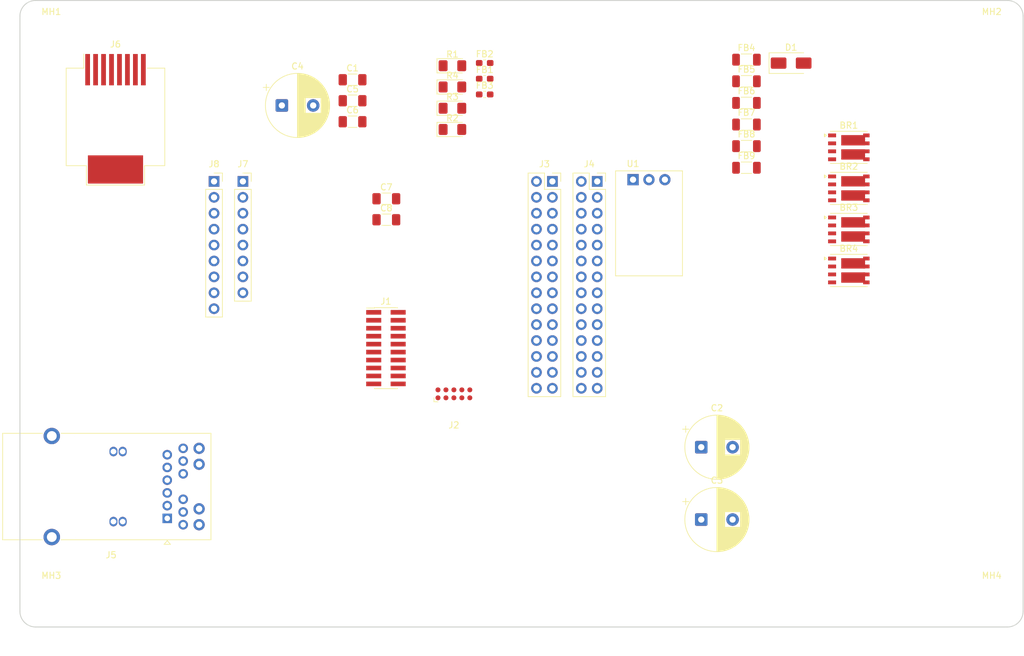
<source format=kicad_pcb>
(kicad_pcb (version 20241229) (generator "pcbnew") (generator_version "9.0")
  (layers (0 "F.Cu" signal) (2 "B.Cu" signal) (13 "F.Paste" user) (15 "B.Paste" user) (5 "F.SilkS" user "F.Silkscreen") (7 "B.SilkS" user "B.Silkscreen") (1 "F.Mask" user) (3 "B.Mask" user) (25 "Edge.Cuts" user))
  (net 0 "")
  (net 1 "/SWDIO{slash}TMS")
  (net 2 "/TDI")
  (net 3 "/5V-Supply")
  (net 4 "/TRST")
  (net 5 "/VTref")
  (net 6 "/nRESET")
  (net 7 "/RTCK")
  (net 8 "/SWCLK{slash}TCK")
  (net 9 "/SWO{slash}TDO")
  (net 10 "/0V1")
  (net 11 "/VIN")
  (net 12 "/VOUT1")
  (net 13 "/FAN_PWM")
  (net 14 "/FAN_TACH")
  (net 15 "/DAC")
  (net 16 "/AREF")
  (net 17 "/CIPO")
  (net 18 "/COPI")
  (net 19 "/SCL3")
  (net 20 "/SDA3")
  (net 21 "/CK")
  (net 22 "/3V3")
  (net 23 "/+5V")
  (net 24 "/~{RST}")
  (net 25 "/CS")
  (net 26 "/VIN+")
  (net 27 "/VIN-")
  (net 83 "Net-(J3-Pin_19)")
  (net 84 "Net-(J3-Pin_21)")
  (net 85 "Net-(J3-Pin_15)")
  (net 86 "Net-(J3-Pin_11)")
  (net 87 "Net-(J3-Pin_17)")
  (net 88 "Net-(J3-Pin_25)")
  (net 89 "Net-(J3-Pin_7)")
  (net 90 "Net-(J3-Pin_10)")
  (net 91 "Net-(J3-Pin_5)")
  (net 92 "Net-(J3-Pin_23)")
  (net 93 "Net-(J4-Pin_15)")
  (net 94 "Net-(J4-Pin_17)")
  (net 95 "Net-(J4-Pin_1)")
  (net 126 "Net-(BR1-Pin_3)")
  (net 127 "Net-(BR1-Pin_1)")
  (net 128 "Net-(BR3-Pin_3)")
  (net 129 "Net-(BR3-Pin_1)")
  (net 130 "Net-(BR4-Pin_3)")
  (net 131 "Net-(BR4-Pin_1)")
  (footprint "Inductor_SMD:L_1206_3216Metric_Pad1.22x1.90mm_HandSolder" (layer "F.Cu") (at 170.875 54.45)
    (property "Reference" "FB4" (at 0 -1.9 0) (layer "F.SilkS"))
    (property "Value" "FerriteBead")
    (pad "1" smd roundrect (at -1.6625 0) (size 1.225 1.9) (layers "F.Cu" "F.Mask" "F.Paste") (roundrect_rratio 0.204082))
    (pad "2" smd roundrect (at 1.6625 0) (size 1.225 1.9) (layers "F.Cu" "F.Mask" "F.Paste") (roundrect_rratio 0.204082))
  )
  (footprint "Capacitor_THT:CP_Radial_D10.0mm_P5.00mm" (layer "F.Cu") (at 96.772146 61.755)
    (property "Reference" "C4" (at 2.5 -6.25 0) (layer "F.SilkS"))
    (property "Value" "470uF")
    (pad "1" thru_hole roundrect (at 0 0) (size 2 2) (drill 1) (layers "*.Cu" "*.Mask") (roundrect_rratio 0.125) (net 12 "/VOUT1"))
    (pad "2" thru_hole circle (at 5 0) (size 2 2) (drill 1) (layers "*.Cu" "*.Mask") (net 10 "/0V1"))
  )
  (footprint "Inductor_SMD:L_0603_1608Metric_Pad1.05x0.95mm_HandSolder" (layer "F.Cu") (at 129.125 57.49)
    (property "Reference" "FB1" (at 0 -1.43 0) (layer "F.SilkS"))
    (property "Value" "FerriteBead_Small")
    (pad "1" smd roundrect (at -0.875 0) (size 1.05 0.95) (layers "F.Cu" "F.Mask" "F.Paste"))
    (pad "2" smd roundrect (at 0.875 0) (size 1.05 0.95) (layers "F.Cu" "F.Mask" "F.Paste"))
  )
  (footprint "Inductor_SMD:L_1206_3216Metric_Pad1.22x1.90mm_HandSolder" (layer "F.Cu") (at 170.875 71.7)
    (property "Reference" "FB9" (at 0 -1.9 0) (layer "F.SilkS"))
    (property "Value" "FerriteBead")
    (pad "1" smd roundrect (at -1.6625 0) (size 1.225 1.9) (layers "F.Cu" "F.Mask" "F.Paste") (roundrect_rratio 0.204082))
    (pad "2" smd roundrect (at 1.6625 0) (size 1.225 1.9) (layers "F.Cu" "F.Mask" "F.Paste") (roundrect_rratio 0.204082))
  )
  (footprint "MountingHole:MountingHole_2.7mm_M2.5_ISO14580" (layer "F.Cu") (at 60 140)
    (property "Reference" "MH3" (at 0 -3.2 0) (layer "F.SilkS"))
    (property "Value" "MountingHole")
    (pad "" np_thru_hole circle (at 0 0) (size 2.7 2.7) (drill 2.7) (layers "*.Cu" "*.Mask"))
  )
  (footprint "LED_SMD:LED_1206_3216Metric_Pad1.42x1.75mm_HandSolder" (layer "F.Cu") (at 123.98 55.42)
    (property "Reference" "R1" (at 0 -1.83 0) (layer "F.SilkS"))
    (property "Value" "75R")
    (pad "1" smd roundrect (at -1.4875 0) (size 1.425 1.75) (layers "F.Cu" "F.Mask" "F.Paste") (roundrect_rratio 0.175439))
    (pad "2" smd roundrect (at 1.4875 0) (size 1.425 1.75) (layers "F.Cu" "F.Mask" "F.Paste") (roundrect_rratio 0.175439))
  )
  (footprint "Package_SO:PowerPAK_SO-8_Dual" (layer "F.Cu") (at 187.205 88.095)
    (property "Reference" "BR4" (at 0 -3.5 0) (layer "F.SilkS"))
    (property "Value" "Conn_01x06")
    (pad "1" smd rect (at -2.67 -1.905) (size 1.27 0.61) (layers "F.Cu" "F.Mask" "F.Paste") (net 131 "Net-(BR4-Pin_1)"))
    (pad "2" smd rect (at -2.67 -0.635) (size 1.27 0.61) (layers "F.Cu" "F.Mask" "F.Paste") (net 131 "Net-(BR4-Pin_1)"))
    (pad "3" smd rect (at -2.67 0.635) (size 1.27 0.61) (layers "F.Cu" "F.Mask" "F.Paste") (net 130 "Net-(BR4-Pin_3)"))
    (pad "4" smd rect (at -2.67 1.905) (size 1.27 0.61) (layers "F.Cu" "F.Mask" "F.Paste") (net 130 "Net-(BR4-Pin_3)"))
    (pad "5" smd rect (at 0.69 -1.13) (size 3.81 1.65) (layers "F.Cu" "F.Mask" "F.Paste"))
    (pad "5" smd rect (at 2.795 -1.905) (size 1.02 0.61) (layers "F.Cu" "F.Mask" "F.Paste"))
    (pad "5" smd rect (at 2.795 -0.635) (size 1.02 0.61) (layers "F.Cu" "F.Mask" "F.Paste"))
    (pad "6" smd rect (at 0.69 1.13) (size 3.81 1.65) (layers "F.Cu" "F.Mask" "F.Paste"))
    (pad "6" smd rect (at 2.795 0.635) (size 1.02 0.61) (layers "F.Cu" "F.Mask" "F.Paste"))
    (pad "6" smd rect (at 2.795 1.905) (size 1.02 0.61) (layers "F.Cu" "F.Mask" "F.Paste"))
  )
  (footprint "Connector_PinSocket_2.54mm:PinSocket_2x14_P2.54mm_Vertical" (layer "F.Cu") (at 147.075 73.88)
    (property "Reference" "J4" (at -1.27 -2.77 0) (layer "F.SilkS"))
    (property "Value" "Conn_02x14_Odd_Even")
    (pad "1" thru_hole rect (at 0 0) (size 1.7 1.7) (drill 1) (layers "*.Cu" "*.Mask") (net 95 "Net-(J4-Pin_1)"))
    (pad "2" thru_hole circle (at -2.54 0) (size 1.7 1.7) (drill 1) (layers "*.Cu" "*.Mask") (net 95 "Net-(J4-Pin_1)"))
    (pad "3" thru_hole circle (at 0 2.54) (size 1.7 1.7) (drill 1) (layers "*.Cu" "*.Mask") (net 25 "/CS"))
    (pad "4" thru_hole circle (at -2.54 2.54) (size 1.7 1.7) (drill 1) (layers "*.Cu" "*.Mask") (net 25 "/CS"))
    (pad "5" thru_hole circle (at 0 5.08) (size 1.7 1.7) (drill 1) (layers "*.Cu" "*.Mask") (net 18 "/COPI"))
    (pad "6" thru_hole circle (at -2.54 5.08) (size 1.7 1.7) (drill 1) (layers "*.Cu" "*.Mask") (net 18 "/COPI"))
    (pad "7" thru_hole circle (at 0 7.62) (size 1.7 1.7) (drill 1) (layers "*.Cu" "*.Mask") (net 21 "/CK"))
    (pad "8" thru_hole circle (at -2.54 7.62) (size 1.7 1.7) (drill 1) (layers "*.Cu" "*.Mask") (net 21 "/CK"))
    (pad "9" thru_hole circle (at 0 10.16) (size 1.7 1.7) (drill 1) (layers "*.Cu" "*.Mask") (net 17 "/CIPO"))
    (pad "10" thru_hole circle (at -2.54 10.16) (size 1.7 1.7) (drill 1) (layers "*.Cu" "*.Mask") (net 17 "/CIPO"))
    (pad "11" thru_hole circle (at 0 12.7) (size 1.7 1.7) (drill 1) (layers "*.Cu" "*.Mask") (net 20 "/SDA3"))
    (pad "12" thru_hole circle (at -2.54 12.7) (size 1.7 1.7) (drill 1) (layers "*.Cu" "*.Mask") (net 20 "/SDA3"))
    (pad "13" thru_hole circle (at 0 15.24) (size 1.7 1.7) (drill 1) (layers "*.Cu" "*.Mask") (net 19 "/SCL3"))
    (pad "14" thru_hole circle (at -2.54 15.24) (size 1.7 1.7) (drill 1) (layers "*.Cu" "*.Mask") (net 19 "/SCL3"))
    (pad "15" thru_hole circle (at 0 17.78) (size 1.7 1.7) (drill 1) (layers "*.Cu" "*.Mask") (net 93 "Net-(J4-Pin_15)"))
    (pad "16" thru_hole circle (at -2.54 17.78) (size 1.7 1.7) (drill 1) (layers "*.Cu" "*.Mask") (net 93 "Net-(J4-Pin_15)"))
    (pad "17" thru_hole circle (at 0 20.32) (size 1.7 1.7) (drill 1) (layers "*.Cu" "*.Mask") (net 94 "Net-(J4-Pin_17)"))
    (pad "18" thru_hole circle (at -2.54 20.32) (size 1.7 1.7) (drill 1) (layers "*.Cu" "*.Mask") (net 94 "Net-(J4-Pin_17)"))
    (pad "19" thru_hole circle (at 0 22.86) (size 1.7 1.7) (drill 1) (layers "*.Cu" "*.Mask") (net 24 "/~{RST}"))
    (pad "20" thru_hole circle (at -2.54 22.86) (size 1.7 1.7) (drill 1) (layers "*.Cu" "*.Mask") (net 24 "/~{RST}"))
    (pad "21" thru_hole circle (at 0 25.4) (size 1.7 1.7) (drill 1) (layers "*.Cu" "*.Mask") (net 10 "/0V1"))
    (pad "22" thru_hole circle (at -2.54 25.4) (size 1.7 1.7) (drill 1) (layers "*.Cu" "*.Mask") (net 10 "/0V1"))
    (pad "23" thru_hole circle (at 0 27.94) (size 1.7 1.7) (drill 1) (layers "*.Cu" "*.Mask") (net 22 "/3V3"))
    (pad "24" thru_hole circle (at -2.54 27.94) (size 1.7 1.7) (drill 1) (layers "*.Cu" "*.Mask") (net 22 "/3V3"))
    (pad "25" thru_hole circle (at 0 30.48) (size 1.7 1.7) (drill 1) (layers "*.Cu" "*.Mask") (net 11 "/VIN"))
    (pad "26" thru_hole circle (at -2.54 30.48) (size 1.7 1.7) (drill 1) (layers "*.Cu" "*.Mask") (net 11 "/VIN"))
    (pad "27" thru_hole circle (at 0 33.02) (size 1.7 1.7) (drill 1) (layers "*.Cu" "*.Mask") (net 23 "/+5V"))
    (pad "28" thru_hole circle (at -2.54 33.02) (size 1.7 1.7) (drill 1) (layers "*.Cu" "*.Mask") (net 23 "/+5V"))
  )
  (footprint "Capacitor_SMD:C_1206_3216Metric_Pad1.33x1.80mm_HandSolder" (layer "F.Cu") (at 108.0475 57.655)
    (property "Reference" "C1" (at 0 -1.85 0) (layer "F.SilkS"))
    (property "Value" "1000pF")
    (pad "1" smd roundrect (at -1.5625 0) (size 1.325 1.8) (layers "F.Cu" "F.Mask" "F.Paste") (roundrect_rratio 0.188679))
    (pad "2" smd roundrect (at 1.5625 0) (size 1.325 1.8) (layers "F.Cu" "F.Mask" "F.Paste") (roundrect_rratio 0.188679))
  )
  (footprint "Connector_RJ:RJ45_Pulse_JK00177NL_Horizontal" (layer "F.Cu") (at 78.495 127.6645 180)
    (property "Reference" "J5" (at 8.95 -5.85 0) (layer "F.SilkS"))
    (property "Value" "RJ45_JK00177")
    (pad "" np_thru_hole circle (at 15.24 -1.27) (size 3.2 3.2) (drill 3.2) (layers "*.Cu" "*.Mask"))
    (pad "" np_thru_hole circle (at 15.24 11.43) (size 3.2 3.2) (drill 3.2) (layers "*.Cu" "*.Mask"))
    (pad "1" thru_hole rect (at 0 0) (size 1.524 1.524) (drill 0.89) (layers "*.Cu" "*.Mask"))
    (pad "2" thru_hole circle (at 0 2.032) (size 1.524 1.524) (drill 0.89) (layers "*.Cu" "*.Mask"))
    (pad "3" thru_hole circle (at 0 4.064) (size 1.524 1.524) (drill 0.89) (layers "*.Cu" "*.Mask"))
    (pad "4" thru_hole circle (at 0 6.096) (size 1.524 1.524) (drill 0.89) (layers "*.Cu" "*.Mask"))
    (pad "5" thru_hole circle (at 0 8.128) (size 1.524 1.524) (drill 0.89) (layers "*.Cu" "*.Mask"))
    (pad "6" thru_hole circle (at 0 10.16) (size 1.524 1.524) (drill 0.89) (layers "*.Cu" "*.Mask"))
    (pad "7" thru_hole circle (at -2.54 -1.016) (size 1.524 1.524) (drill 0.89) (layers "*.Cu" "*.Mask"))
    (pad "8" thru_hole circle (at -2.54 1.016) (size 1.524 1.524) (drill 0.89) (layers "*.Cu" "*.Mask"))
    (pad "9" thru_hole circle (at -2.54 3.048) (size 1.524 1.524) (drill 0.89) (layers "*.Cu" "*.Mask"))
    (pad "10" thru_hole circle (at -2.54 7.112) (size 1.524 1.524) (drill 0.89) (layers "*.Cu" "*.Mask"))
    (pad "11" thru_hole circle (at -2.54 9.144) (size 1.524 1.524) (drill 0.89) (layers "*.Cu" "*.Mask"))
    (pad "12" thru_hole circle (at -2.54 11.176) (size 1.524 1.524) (drill 0.89) (layers "*.Cu" "*.Mask"))
    (pad "13" thru_hole circle (at -5.08 -1.016) (size 1.8 1.8) (drill 1.025) (layers "*.Cu" "*.Mask"))
    (pad "14" thru_hole circle (at -5.08 1.524) (size 1.8 1.8) (drill 1.025) (layers "*.Cu" "*.Mask"))
    (pad "15" thru_hole circle (at -5.08 8.636) (size 1.8 1.8) (drill 1.025) (layers "*.Cu" "*.Mask"))
    (pad "16" thru_hole circle (at -5.08 11.176) (size 1.8 1.8) (drill 1.025) (layers "*.Cu" "*.Mask"))
    (pad "17" thru_hole oval (at 7.11 -0.515) (size 1.27 1.524) (drill 0.89) (layers "*.Cu" "*.Mask"))
    (pad "18" thru_hole oval (at 7.11 10.665) (size 1.27 1.524) (drill 0.89) (layers "*.Cu" "*.Mask"))
    (pad "19" thru_hole oval (at 8.58 -0.515) (size 1.27 1.524) (drill 0.89) (layers "*.Cu" "*.Mask"))
    (pad "20" thru_hole oval (at 8.58 10.665) (size 1.27 1.524) (drill 0.89) (layers "*.Cu" "*.Mask"))
    (pad "SH" thru_hole circle (at 18.415 -2.9845) (size 2.63 2.63) (drill 1.57) (layers "*.Cu" "*.Mask"))
    (pad "SH" thru_hole circle (at 18.415 13.1445) (size 2.61 2.61) (drill 1.57) (layers "*.Cu" "*.Mask"))
  )
  (footprint "LED_SMD:LED_1206_3216Metric_Pad1.42x1.75mm_HandSolder" (layer "F.Cu") (at 123.98 58.81)
    (property "Reference" "R4" (at 0 -1.83 0) (layer "F.SilkS"))
    (property "Value" "75R")
    (pad "1" smd roundrect (at -1.4875 0) (size 1.425 1.75) (layers "F.Cu" "F.Mask" "F.Paste") (roundrect_rratio 0.175439))
    (pad "2" smd roundrect (at 1.4875 0) (size 1.425 1.75) (layers "F.Cu" "F.Mask" "F.Paste") (roundrect_rratio 0.175439))
  )
  (footprint "Connector_RJ:RJ45_Molex_0855135013_Vertical" (layer "F.Cu") (at 70.24 63.885)
    (property "Reference" "J6" (at 0 -11.89 0) (layer "F.SilkS"))
    (property "Value" "RJ45_Shielded")
    (pad "1" smd rect (at -4.445 -7.84 180) (size 0.76 5) (layers "F.Cu" "F.Mask" "F.Paste"))
    (pad "2" smd rect (at -3.175 -7.84 180) (size 0.76 5) (layers "F.Cu" "F.Mask" "F.Paste"))
    (pad "3" smd rect (at -1.905 -7.84 180) (size 0.76 5) (layers "F.Cu" "F.Mask" "F.Paste"))
    (pad "4" smd rect (at -0.635 -7.84 180) (size 0.76 5) (layers "F.Cu" "F.Mask" "F.Paste"))
    (pad "5" smd rect (at 0.635 -7.84 180) (size 0.76 5) (layers "F.Cu" "F.Mask" "F.Paste"))
    (pad "6" smd rect (at 1.905 -7.84 180) (size 0.76 5) (layers "F.Cu" "F.Mask" "F.Paste"))
    (pad "7" smd rect (at 3.175 -7.84 180) (size 0.76 5) (layers "F.Cu" "F.Mask" "F.Paste"))
    (pad "8" smd rect (at 4.445 -7.84 180) (size 0.76 5) (layers "F.Cu" "F.Mask" "F.Paste"))
    (pad "SH" smd rect (at 0 8.09 180) (size 8.8 4.5) (layers "F.Cu" "F.Mask" "F.Paste"))
  )
  (footprint "Connector:Tag-Connect_TC2050-IDC-FP_2x05_P1.27mm_Vertical" (layer "F.Cu") (at 124.215 107.789)
    (property "Reference" "J2" (at 0 5 0) (layer "F.SilkS"))
    (property "Value" "J-LINK NEEDLE")
    (pad "" np_thru_hole circle (at -3.81 -2.54) (size 2.3749 2.3749) (drill 2.3749) (layers "*.Cu" "*.Mask"))
    (pad "" np_thru_hole circle (at -3.81 0) (size 0.9906 0.9906) (drill 0.9906) (layers "*.Cu" "*.Mask"))
    (pad "" np_thru_hole circle (at -3.81 2.54) (size 2.3749 2.3749) (drill 2.3749) (layers "*.Cu" "*.Mask"))
    (pad "" np_thru_hole circle (at 1.905 -2.54) (size 2.3749 2.3749) (drill 2.3749) (layers "*.Cu" "*.Mask"))
    (pad "" np_thru_hole circle (at 1.905 2.54) (size 2.3749 2.3749) (drill 2.3749) (layers "*.Cu" "*.Mask"))
    (pad "" np_thru_hole circle (at 3.81 -1.016) (size 0.9906 0.9906) (drill 0.9906) (layers "*.Cu" "*.Mask"))
    (pad "" np_thru_hole circle (at 3.81 1.016) (size 0.9906 0.9906) (drill 0.9906) (layers "*.Cu" "*.Mask"))
    (pad "1" connect circle (at -2.54 0.635) (size 0.7874 0.7874) (layers "F.Cu" "F.Mask") (net 5 "/VTref"))
    (pad "2" connect circle (at -1.27 0.635) (size 0.7874 0.7874) (layers "F.Cu" "F.Mask") (net 1 "/SWDIO{slash}TMS"))
    (pad "3" connect circle (at 0 0.635) (size 0.7874 0.7874) (layers "F.Cu" "F.Mask") (net 10 "/0V1"))
    (pad "4" connect circle (at 1.27 0.635) (size 0.7874 0.7874) (layers "F.Cu" "F.Mask") (net 8 "/SWCLK{slash}TCK"))
    (pad "5" connect circle (at 2.54 0.635) (size 0.7874 0.7874) (layers "F.Cu" "F.Mask") (net 3 "/5V-Supply"))
    (pad "6" connect circle (at 2.54 -0.635) (size 0.7874 0.7874) (layers "F.Cu" "F.Mask") (net 9 "/SWO{slash}TDO"))
    (pad "7" connect circle (at 1.27 -0.635) (size 0.7874 0.7874) (layers "F.Cu" "F.Mask") (net 7 "/RTCK"))
    (pad "8" connect circle (at 0 -0.635) (size 0.7874 0.7874) (layers "F.Cu" "F.Mask") (net 2 "/TDI"))
    (pad "9" connect circle (at -1.27 -0.635) (size 0.7874 0.7874) (layers "F.Cu" "F.Mask") (net 4 "/TRST"))
    (pad "10" connect circle (at -2.54 -0.635) (size 0.7874 0.7874) (layers "F.Cu" "F.Mask") (net 6 "/nRESET"))
  )
  (footprint "LED_SMD:LED_1206_3216Metric_Pad1.42x1.75mm_HandSolder" (layer "F.Cu") (at 123.98 65.59)
    (property "Reference" "R2" (at 0 -1.83 0) (layer "F.SilkS"))
    (property "Value" "75R")
    (pad "1" smd roundrect (at -1.4875 0) (size 1.425 1.75) (layers "F.Cu" "F.Mask" "F.Paste") (roundrect_rratio 0.175439))
    (pad "2" smd roundrect (at 1.4875 0) (size 1.425 1.75) (layers "F.Cu" "F.Mask" "F.Paste") (roundrect_rratio 0.175439))
  )
  (footprint "Package_SO:PowerPAK_SO-8_Dual" (layer "F.Cu") (at 187.205 81.545)
    (property "Reference" "BR3" (at 0 -3.5 0) (layer "F.SilkS"))
    (property "Value" "Conn_01x06")
    (pad "1" smd rect (at -2.67 -1.905) (size 1.27 0.61) (layers "F.Cu" "F.Mask" "F.Paste") (net 129 "Net-(BR3-Pin_1)"))
    (pad "2" smd rect (at -2.67 -0.635) (size 1.27 0.61) (layers "F.Cu" "F.Mask" "F.Paste") (net 129 "Net-(BR3-Pin_1)"))
    (pad "3" smd rect (at -2.67 0.635) (size 1.27 0.61) (layers "F.Cu" "F.Mask" "F.Paste") (net 128 "Net-(BR3-Pin_3)"))
    (pad "4" smd rect (at -2.67 1.905) (size 1.27 0.61) (layers "F.Cu" "F.Mask" "F.Paste") (net 128 "Net-(BR3-Pin_3)"))
    (pad "5" smd rect (at 0.69 -1.13) (size 3.81 1.65) (layers "F.Cu" "F.Mask" "F.Paste"))
    (pad "5" smd rect (at 2.795 -1.905) (size 1.02 0.61) (layers "F.Cu" "F.Mask" "F.Paste"))
    (pad "5" smd rect (at 2.795 -0.635) (size 1.02 0.61) (layers "F.Cu" "F.Mask" "F.Paste"))
    (pad "6" smd rect (at 0.69 1.13) (size 3.81 1.65) (layers "F.Cu" "F.Mask" "F.Paste"))
    (pad "6" smd rect (at 2.795 0.635) (size 1.02 0.61) (layers "F.Cu" "F.Mask" "F.Paste"))
    (pad "6" smd rect (at 2.795 1.905) (size 1.02 0.61) (layers "F.Cu" "F.Mask" "F.Paste"))
  )
  (footprint "Inductor_SMD:L_0603_1608Metric_Pad1.05x0.95mm_HandSolder" (layer "F.Cu") (at 129.125 60)
    (property "Reference" "FB3" (at 0 -1.43 0) (layer "F.SilkS"))
    (property "Value" "FerriteBead_Small")
    (pad "1" smd roundrect (at -0.875 0) (size 1.05 0.95) (layers "F.Cu" "F.Mask" "F.Paste"))
    (pad "2" smd roundrect (at 0.875 0) (size 1.05 0.95) (layers "F.Cu" "F.Mask" "F.Paste"))
  )
  (footprint "Package_SO:PowerPAK_SO-8_Dual" (layer "F.Cu") (at 187.205 68.445)
    (property "Reference" "BR1" (at 0 -3.5 0) (layer "F.SilkS"))
    (property "Value" "Conn_01x06")
    (pad "1" smd rect (at -2.67 -1.905) (size 1.27 0.61) (layers "F.Cu" "F.Mask" "F.Paste") (net 127 "Net-(BR1-Pin_1)"))
    (pad "2" smd rect (at -2.67 -0.635) (size 1.27 0.61) (layers "F.Cu" "F.Mask" "F.Paste") (net 127 "Net-(BR1-Pin_1)"))
    (pad "3" smd rect (at -2.67 0.635) (size 1.27 0.61) (layers "F.Cu" "F.Mask" "F.Paste") (net 126 "Net-(BR1-Pin_3)"))
    (pad "4" smd rect (at -2.67 1.905) (size 1.27 0.61) (layers "F.Cu" "F.Mask" "F.Paste") (net 126 "Net-(BR1-Pin_3)"))
    (pad "5" smd rect (at 0.69 -1.13) (size 3.81 1.65) (layers "F.Cu" "F.Mask" "F.Paste"))
    (pad "5" smd rect (at 2.795 -1.905) (size 1.02 0.61) (layers "F.Cu" "F.Mask" "F.Paste"))
    (pad "5" smd rect (at 2.795 -0.635) (size 1.02 0.61) (layers "F.Cu" "F.Mask" "F.Paste"))
    (pad "6" smd rect (at 0.69 1.13) (size 3.81 1.65) (layers "F.Cu" "F.Mask" "F.Paste"))
    (pad "6" smd rect (at 2.795 0.635) (size 1.02 0.61) (layers "F.Cu" "F.Mask" "F.Paste"))
    (pad "6" smd rect (at 2.795 1.905) (size 1.02 0.61) (layers "F.Cu" "F.Mask" "F.Paste"))
  )
  (footprint "Capacitor_SMD:C_1206_3216Metric_Pad1.33x1.80mm_HandSolder" (layer "F.Cu") (at 108.0475 61.005)
    (property "Reference" "C5" (at 0 -1.85 0) (layer "F.SilkS"))
    (property "Value" "10uF")
    (pad "1" smd roundrect (at -1.5625 0) (size 1.325 1.8) (layers "F.Cu" "F.Mask" "F.Paste") (roundrect_rratio 0.188679) (net 10 "/0V1"))
    (pad "2" smd roundrect (at 1.5625 0) (size 1.325 1.8) (layers "F.Cu" "F.Mask" "F.Paste") (roundrect_rratio 0.188679) (net 12 "/VOUT1"))
  )
  (footprint "Inductor_SMD:L_1206_3216Metric_Pad1.22x1.90mm_HandSolder" (layer "F.Cu") (at 170.875 61.35)
    (property "Reference" "FB6" (at 0 -1.9 0) (layer "F.SilkS"))
    (property "Value" "FerriteBead")
    (pad "1" smd roundrect (at -1.6625 0) (size 1.225 1.9) (layers "F.Cu" "F.Mask" "F.Paste") (roundrect_rratio 0.204082))
    (pad "2" smd roundrect (at 1.6625 0) (size 1.225 1.9) (layers "F.Cu" "F.Mask" "F.Paste") (roundrect_rratio 0.204082))
  )
  (footprint "MountingHole:MountingHole_2.7mm_M2.5_ISO14580" (layer "F.Cu") (at 60 50)
    (property "Reference" "MH1" (at 0 -3.2 0) (layer "F.SilkS"))
    (property "Value" "MountingHole")
    (pad "" np_thru_hole circle (at 0 0) (size 2.7 2.7) (drill 2.7) (layers "*.Cu" "*.Mask"))
  )
  (footprint "Converter_DCDC:Converter_DCDC_Murata_OKI-78SR_Horizontal" (layer "F.Cu") (at 152.785 73.6)
    (property "Reference" "U1" (at 0 -2.54 180) (layer "F.SilkS"))
    (property "Value" "OKI-78SR-3.3_1.5-W36H-C")
    (pad "1" thru_hole rect (at 0 0 180) (size 1.8 1.8) (drill 1) (layers "*.Cu" "*.Mask") (net 12 "/VOUT1"))
    (pad "2" thru_hole circle (at 2.54 0 180) (size 1.8 1.8) (drill 1) (layers "*.Cu" "*.Mask") (net 10 "/0V1"))
    (pad "3" thru_hole circle (at 5.08 0 180) (size 1.8 1.8) (drill 1) (layers "*.Cu" "*.Mask") (net 11 "/VIN"))
  )
  (footprint "Capacitor_SMD:C_1206_3216Metric_Pad1.33x1.80mm_HandSolder" (layer "F.Cu") (at 113.4375 80)
    (property "Reference" "C8" (at 0 -1.85 0) (layer "F.SilkS"))
    (property "Value" "4.7nF")
    (pad "1" smd roundrect (at -1.5625 0) (size 1.325 1.8) (layers "F.Cu" "F.Mask" "F.Paste") (roundrect_rratio 0.188679))
    (pad "2" smd roundrect (at 1.5625 0) (size 1.325 1.8) (layers "F.Cu" "F.Mask" "F.Paste") (roundrect_rratio 0.188679))
  )
  (footprint "Connector_PinHeader_1.27mm:PinHeader_2x10_P1.27mm_Vertical_SMD" (layer "F.Cu") (at 113.375 100.489)
    (property "Reference" "J1" (at 0 -7.46 0) (layer "F.SilkS"))
    (property "Value" "Conn_02x10_Odd_Even")
    (pad "1" smd rect (at -1.95 -5.715) (size 2.4 0.74) (layers "F.Cu" "F.Mask" "F.Paste"))
    (pad "2" smd rect (at 1.95 -5.715) (size 2.4 0.74) (layers "F.Cu" "F.Mask" "F.Paste"))
    (pad "3" smd rect (at -1.95 -4.445) (size 2.4 0.74) (layers "F.Cu" "F.Mask" "F.Paste"))
    (pad "4" smd rect (at 1.95 -4.445) (size 2.4 0.74) (layers "F.Cu" "F.Mask" "F.Paste"))
    (pad "5" smd rect (at -1.95 -3.175) (size 2.4 0.74) (layers "F.Cu" "F.Mask" "F.Paste"))
    (pad "6" smd rect (at 1.95 -3.175) (size 2.4 0.74) (layers "F.Cu" "F.Mask" "F.Paste"))
    (pad "7" smd rect (at -1.95 -1.905) (size 2.4 0.74) (layers "F.Cu" "F.Mask" "F.Paste"))
    (pad "8" smd rect (at 1.95 -1.905) (size 2.4 0.74) (layers "F.Cu" "F.Mask" "F.Paste"))
    (pad "9" smd rect (at -1.95 -0.635) (size 2.4 0.74) (layers "F.Cu" "F.Mask" "F.Paste"))
    (pad "10" smd rect (at 1.95 -0.635) (size 2.4 0.74) (layers "F.Cu" "F.Mask" "F.Paste"))
    (pad "11" smd rect (at -1.95 0.635) (size 2.4 0.74) (layers "F.Cu" "F.Mask" "F.Paste"))
    (pad "12" smd rect (at 1.95 0.635) (size 2.4 0.74) (layers "F.Cu" "F.Mask" "F.Paste"))
    (pad "13" smd rect (at -1.95 1.905) (size 2.4 0.74) (layers "F.Cu" "F.Mask" "F.Paste"))
    (pad "14" smd rect (at 1.95 1.905) (size 2.4 0.74) (layers "F.Cu" "F.Mask" "F.Paste"))
    (pad "15" smd rect (at -1.95 3.175) (size 2.4 0.74) (layers "F.Cu" "F.Mask" "F.Paste"))
    (pad "16" smd rect (at 1.95 3.175) (size 2.4 0.74) (layers "F.Cu" "F.Mask" "F.Paste"))
    (pad "17" smd rect (at -1.95 4.445) (size 2.4 0.74) (layers "F.Cu" "F.Mask" "F.Paste"))
    (pad "18" smd rect (at 1.95 4.445) (size 2.4 0.74) (layers "F.Cu" "F.Mask" "F.Paste"))
    (pad "19" smd rect (at -1.95 5.715) (size 2.4 0.74) (layers "F.Cu" "F.Mask" "F.Paste"))
    (pad "20" smd rect (at 1.95 5.715) (size 2.4 0.74) (layers "F.Cu" "F.Mask" "F.Paste"))
  )
  (footprint "Capacitor_THT:CP_Radial_D10.0mm_P5.00mm" (layer "F.Cu") (at 163.665 116.305)
    (property "Reference" "C2" (at 2.5 -6.25 0) (layer "F.SilkS"))
    (property "Value" "1000uF")
    (pad "1" thru_hole roundrect (at 0 0) (size 2 2) (drill 1) (layers "*.Cu" "*.Mask") (roundrect_rratio 0.125) (net 12 "/VOUT1"))
    (pad "2" thru_hole circle (at 5 0) (size 2 2) (drill 1) (layers "*.Cu" "*.Mask") (net 10 "/0V1"))
  )
  (footprint "Connector_PinSocket_2.54mm:PinSocket_1x09_P2.54mm_Vertical" (layer "F.Cu") (at 85.96 73.88)
    (property "Reference" "J8" (at 0 -2.77 0) (layer "F.SilkS"))
    (property "Value" "AG5800OUT")
    (pad "1" thru_hole rect (at 0 0) (size 1.7 1.7) (drill 1) (layers "*.Cu" "*.Mask"))
    (pad "2" thru_hole circle (at 0 2.54) (size 1.7 1.7) (drill 1) (layers "*.Cu" "*.Mask") (net 10 "/0V1"))
    (pad "3" thru_hole circle (at 0 5.08) (size 1.7 1.7) (drill 1) (layers "*.Cu" "*.Mask") (net 10 "/0V1"))
    (pad "4" thru_hole circle (at 0 7.62) (size 1.7 1.7) (drill 1) (layers "*.Cu" "*.Mask") (net 12 "/VOUT1"))
    (pad "5" thru_hole circle (at 0 10.16) (size 1.7 1.7) (drill 1) (layers "*.Cu" "*.Mask") (net 12 "/VOUT1"))
    (pad "6" thru_hole circle (at 0 12.7) (size 1.7 1.7) (drill 1) (layers "*.Cu" "*.Mask") (net 10 "/0V1"))
    (pad "7" thru_hole circle (at 0 15.24) (size 1.7 1.7) (drill 1) (layers "*.Cu" "*.Mask") (net 10 "/0V1"))
    (pad "8" thru_hole circle (at 0 17.78) (size 1.7 1.7) (drill 1) (layers "*.Cu" "*.Mask") (net 12 "/VOUT1"))
    (pad "9" thru_hole circle (at 0 20.32) (size 1.7 1.7) (drill 1) (layers "*.Cu" "*.Mask") (net 12 "/VOUT1"))
  )
  (footprint "LED_SMD:LED_1206_3216Metric_Pad1.42x1.75mm_HandSolder" (layer "F.Cu") (at 123.98 62.2)
    (property "Reference" "R3" (at 0 -1.83 0) (layer "F.SilkS"))
    (property "Value" "75R")
    (pad "1" smd roundrect (at -1.4875 0) (size 1.425 1.75) (layers "F.Cu" "F.Mask" "F.Paste") (roundrect_rratio 0.175439))
    (pad "2" smd roundrect (at 1.4875 0) (size 1.425 1.75) (layers "F.Cu" "F.Mask" "F.Paste") (roundrect_rratio 0.175439))
  )
  (footprint "Inductor_SMD:L_1206_3216Metric_Pad1.22x1.90mm_HandSolder" (layer "F.Cu") (at 170.875 64.8)
    (property "Reference" "FB7" (at 0 -1.9 0) (layer "F.SilkS"))
    (property "Value" "FerriteBead")
    (pad "1" smd roundrect (at -1.6625 0) (size 1.225 1.9) (layers "F.Cu" "F.Mask" "F.Paste") (roundrect_rratio 0.204082))
    (pad "2" smd roundrect (at 1.6625 0) (size 1.225 1.9) (layers "F.Cu" "F.Mask" "F.Paste") (roundrect_rratio 0.204082))
  )
  (footprint "Connector_PinSocket_2.54mm:PinSocket_2x14_P2.54mm_Vertical" (layer "F.Cu") (at 139.925 73.88)
    (property "Reference" "J3" (at -1.27 -2.77 0) (layer "F.SilkS"))
    (property "Value" "Conn_02x14_Odd_Even")
    (pad "1" thru_hole rect (at 0 0) (size 1.7 1.7) (drill 1) (layers "*.Cu" "*.Mask") (net 13 "/FAN_PWM"))
    (pad "2" thru_hole circle (at -2.54 0) (size 1.7 1.7) (drill 1) (layers "*.Cu" "*.Mask") (net 13 "/FAN_PWM"))
    (pad "3" thru_hole circle (at 0 2.54) (size 1.7 1.7) (drill 1) (layers "*.Cu" "*.Mask") (net 14 "/FAN_TACH"))
    (pad "4" thru_hole circle (at -2.54 2.54) (size 1.7 1.7) (drill 1) (layers "*.Cu" "*.Mask") (net 14 "/FAN_TACH"))
    (pad "5" thru_hole circle (at 0 5.08) (size 1.7 1.7) (drill 1) (layers "*.Cu" "*.Mask") (net 91 "Net-(J3-Pin_5)"))
    (pad "6" thru_hole circle (at -2.54 5.08) (size 1.7 1.7) (drill 1) (layers "*.Cu" "*.Mask") (net 91 "Net-(J3-Pin_5)"))
    (pad "7" thru_hole circle (at 0 7.62) (size 1.7 1.7) (drill 1) (layers "*.Cu" "*.Mask") (net 89 "Net-(J3-Pin_7)"))
    (pad "8" thru_hole circle (at -2.54 7.62) (size 1.7 1.7) (drill 1) (layers "*.Cu" "*.Mask") (net 89 "Net-(J3-Pin_7)"))
    (pad "9" thru_hole circle (at 0 10.16) (size 1.7 1.7) (drill 1) (layers "*.Cu" "*.Mask") (net 90 "Net-(J3-Pin_10)"))
    (pad "10" thru_hole circle (at -2.54 10.16) (size 1.7 1.7) (drill 1) (layers "*.Cu" "*.Mask") (net 90 "Net-(J3-Pin_10)"))
    (pad "11" thru_hole circle (at 0 12.7) (size 1.7 1.7) (drill 1) (layers "*.Cu" "*.Mask") (net 86 "Net-(J3-Pin_11)"))
    (pad "12" thru_hole circle (at -2.54 12.7) (size 1.7 1.7) (drill 1) (layers "*.Cu" "*.Mask") (net 86 "Net-(J3-Pin_11)"))
    (pad "13" thru_hole circle (at 0 15.24) (size 1.7 1.7) (drill 1) (layers "*.Cu" "*.Mask") (net 15 "/DAC"))
    (pad "14" thru_hole circle (at -2.54 15.24) (size 1.7 1.7) (drill 1) (layers "*.Cu" "*.Mask") (net 15 "/DAC"))
    (pad "15" thru_hole circle (at 0 17.78) (size 1.7 1.7) (drill 1) (layers "*.Cu" "*.Mask") (net 85 "Net-(J3-Pin_15)"))
    (pad "16" thru_hole circle (at -2.54 17.78) (size 1.7 1.7) (drill 1) (layers "*.Cu" "*.Mask") (net 85 "Net-(J3-Pin_15)"))
    (pad "17" thru_hole circle (at 0 20.32) (size 1.7 1.7) (drill 1) (layers "*.Cu" "*.Mask") (net 87 "Net-(J3-Pin_17)"))
    (pad "18" thru_hole circle (at -2.54 20.32) (size 1.7 1.7) (drill 1) (layers "*.Cu" "*.Mask") (net 87 "Net-(J3-Pin_17)"))
    (pad "19" thru_hole circle (at 0 22.86) (size 1.7 1.7) (drill 1) (layers "*.Cu" "*.Mask") (net 83 "Net-(J3-Pin_19)"))
    (pad "20" thru_hole circle (at -2.54 22.86) (size 1.7 1.7) (drill 1) (layers "*.Cu" "*.Mask") (net 83 "Net-(J3-Pin_19)"))
    (pad "21" thru_hole circle (at 0 25.4) (size 1.7 1.7) (drill 1) (layers "*.Cu" "*.Mask") (net 84 "Net-(J3-Pin_21)"))
    (pad "22" thru_hole circle (at -2.54 25.4) (size 1.7 1.7) (drill 1) (layers "*.Cu" "*.Mask") (net 84 "Net-(J3-Pin_21)"))
    (pad "23" thru_hole circle (at 0 27.94) (size 1.7 1.7) (drill 1) (layers "*.Cu" "*.Mask") (net 92 "Net-(J3-Pin_23)"))
    (pad "24" thru_hole circle (at -2.54 27.94) (size 1.7 1.7) (drill 1) (layers "*.Cu" "*.Mask") (net 92 "Net-(J3-Pin_23)"))
    (pad "25" thru_hole circle (at 0 30.48) (size 1.7 1.7) (drill 1) (layers "*.Cu" "*.Mask") (net 88 "Net-(J3-Pin_25)"))
    (pad "26" thru_hole circle (at -2.54 30.48) (size 1.7 1.7) (drill 1) (layers "*.Cu" "*.Mask") (net 88 "Net-(J3-Pin_25)"))
    (pad "27" thru_hole circle (at 0 33.02) (size 1.7 1.7) (drill 1) (layers "*.Cu" "*.Mask") (net 16 "/AREF"))
    (pad "28" thru_hole circle (at -2.54 33.02) (size 1.7 1.7) (drill 1) (layers "*.Cu" "*.Mask") (net 16 "/AREF"))
  )
  (footprint "Inductor_SMD:L_0603_1608Metric_Pad1.05x0.95mm_HandSolder" (layer "F.Cu") (at 129.125 54.98)
    (property "Reference" "FB2" (at 0 -1.43 0) (layer "F.SilkS"))
    (property "Value" "FerriteBead_Small")
    (pad "1" smd roundrect (at -0.875 0) (size 1.05 0.95) (layers "F.Cu" "F.Mask" "F.Paste"))
    (pad "2" smd roundrect (at 0.875 0) (size 1.05 0.95) (layers "F.Cu" "F.Mask" "F.Paste"))
  )
  (footprint "Capacitor_SMD:C_1206_3216Metric_Pad1.33x1.80mm_HandSolder" (layer "F.Cu") (at 113.4375 76.65)
    (property "Reference" "C7" (at 0 -1.85 0) (layer "F.SilkS"))
    (property "Value" "4.7nF")
    (pad "1" smd roundrect (at -1.5625 0) (size 1.325 1.8) (layers "F.Cu" "F.Mask" "F.Paste") (roundrect_rratio 0.188679))
    (pad "2" smd roundrect (at 1.5625 0) (size 1.325 1.8) (layers "F.Cu" "F.Mask" "F.Paste") (roundrect_rratio 0.188679))
  )
  (footprint "MountingHole:MountingHole_2.7mm_M2.5_ISO14580" (layer "F.Cu") (at 210 50)
    (property "Reference" "MH2" (at 0 -3.2 0) (layer "F.SilkS"))
    (property "Value" "MountingHole")
    (pad "" np_thru_hole circle (at 0 0) (size 2.7 2.7) (drill 2.7) (layers "*.Cu" "*.Mask"))
  )
  (footprint "Inductor_SMD:L_1206_3216Metric_Pad1.22x1.90mm_HandSolder" (layer "F.Cu") (at 170.875 68.25)
    (property "Reference" "FB8" (at 0 -1.9 0) (layer "F.SilkS"))
    (property "Value" "FerriteBead")
    (pad "1" smd roundrect (at -1.6625 0) (size 1.225 1.9) (layers "F.Cu" "F.Mask" "F.Paste") (roundrect_rratio 0.204082))
    (pad "2" smd roundrect (at 1.6625 0) (size 1.225 1.9) (layers "F.Cu" "F.Mask" "F.Paste") (roundrect_rratio 0.204082))
  )
  (footprint "Package_SO:PowerPAK_SO-8_Dual" (layer "F.Cu") (at 187.205 74.995)
    (property "Reference" "BR2" (at 0 -3.5 0) (layer "F.SilkS"))
    (property "Value" "Conn_01x06")
    (pad "1" smd rect (at -2.67 -1.905) (size 1.27 0.61) (layers "F.Cu" "F.Mask" "F.Paste"))
    (pad "2" smd rect (at -2.67 -0.635) (size 1.27 0.61) (layers "F.Cu" "F.Mask" "F.Paste"))
    (pad "3" smd rect (at -2.67 0.635) (size 1.27 0.61) (layers "F.Cu" "F.Mask" "F.Paste"))
    (pad "4" smd rect (at -2.67 1.905) (size 1.27 0.61) (layers "F.Cu" "F.Mask" "F.Paste"))
    (pad "5" smd rect (at 0.69 -1.13) (size 3.81 1.65) (layers "F.Cu" "F.Mask" "F.Paste"))
    (pad "5" smd rect (at 2.795 -1.905) (size 1.02 0.61) (layers "F.Cu" "F.Mask" "F.Paste"))
    (pad "5" smd rect (at 2.795 -0.635) (size 1.02 0.61) (layers "F.Cu" "F.Mask" "F.Paste"))
    (pad "6" smd rect (at 0.69 1.13) (size 3.81 1.65) (layers "F.Cu" "F.Mask" "F.Paste"))
    (pad "6" smd rect (at 2.795 0.635) (size 1.02 0.61) (layers "F.Cu" "F.Mask" "F.Paste"))
    (pad "6" smd rect (at 2.795 1.905) (size 1.02 0.61) (layers "F.Cu" "F.Mask" "F.Paste"))
  )
  (footprint "Capacitor_THT:CP_Radial_D10.0mm_P5.00mm" (layer "F.Cu") (at 163.665 127.855)
    (property "Reference" "C3" (at 2.5 -6.25 0) (layer "F.SilkS"))
    (property "Value" "1000uF")
    (pad "1" thru_hole roundrect (at 0 0) (size 2 2) (drill 1) (layers "*.Cu" "*.Mask") (roundrect_rratio 0.125) (net 12 "/VOUT1"))
    (pad "2" thru_hole circle (at 5 0) (size 2 2) (drill 1) (layers "*.Cu" "*.Mask") (net 10 "/0V1"))
  )
  (footprint "Capacitor_SMD:C_1206_3216Metric_Pad1.33x1.80mm_HandSolder" (layer "F.Cu") (at 108.0475 64.355)
    (property "Reference" "C6" (at 0 -1.85 0) (layer "F.SilkS"))
    (property "Value" "100nF")
    (pad "1" smd roundrect (at -1.5625 0) (size 1.325 1.8) (layers "F.Cu" "F.Mask" "F.Paste") (roundrect_rratio 0.188679) (net 10 "/0V1"))
    (pad "2" smd roundrect (at 1.5625 0) (size 1.325 1.8) (layers "F.Cu" "F.Mask" "F.Paste") (roundrect_rratio 0.188679) (net 12 "/VOUT1"))
  )
  (footprint "MountingHole:MountingHole_2.7mm_M2.5_ISO14580" (layer "F.Cu") (at 210 140)
    (property "Reference" "MH4" (at 0 -3.2 0) (layer "F.SilkS"))
    (property "Value" "MountingHole")
    (pad "" np_thru_hole circle (at 0 0) (size 2.7 2.7) (drill 2.7) (layers "*.Cu" "*.Mask"))
  )
  (footprint "Diode_SMD:D_SMA" (layer "F.Cu") (at 178 55)
    (property "Reference" "D1" (at 0 -2.5 0) (layer "F.SilkS"))
    (property "Value" "SMAJ58A")
    (pad "1" smd roundrect (at -2 0) (size 2.5 1.8) (layers "F.Cu" "F.Mask" "F.Paste") (roundrect_rratio 0.1388888889))
    (pad "2" smd roundrect (at 2 0) (size 2.5 1.8) (layers "F.Cu" "F.Mask" "F.Paste") (roundrect_rratio 0.1388888889))
  )
  (footprint "Inductor_SMD:L_1206_3216Metric_Pad1.22x1.90mm_HandSolder" (layer "F.Cu") (at 170.875 57.9)
    (property "Reference" "FB5" (at 0 -1.9 0) (layer "F.SilkS"))
    (property "Value" "FerriteBead")
    (pad "1" smd roundrect (at -1.6625 0) (size 1.225 1.9) (layers "F.Cu" "F.Mask" "F.Paste") (roundrect_rratio 0.204082))
    (pad "2" smd roundrect (at 1.6625 0) (size 1.225 1.9) (layers "F.Cu" "F.Mask" "F.Paste") (roundrect_rratio 0.204082))
  )
  (footprint "Connector_PinSocket_2.54mm:PinSocket_1x08_P2.54mm_Vertical" (layer "F.Cu") (at 90.56 73.88)
    (property "Reference" "J7" (at 0 -2.77 0) (layer "F.SilkS"))
    (property "Value" "AG5800IN")
    (pad "1" thru_hole rect (at 0 0) (size 1.7 1.7) (drill 1) (layers "*.Cu" "*.Mask"))
    (pad "2" thru_hole circle (at 0 2.54) (size 1.7 1.7) (drill 1) (layers "*.Cu" "*.Mask"))
    (pad "3" thru_hole circle (at 0 5.08) (size 1.7 1.7) (drill 1) (layers "*.Cu" "*.Mask"))
    (pad "4" thru_hole circle (at 0 7.62) (size 1.7 1.7) (drill 1) (layers "*.Cu" "*.Mask"))
    (pad "5" thru_hole circle (at 0 10.16) (size 1.7 1.7) (drill 1) (layers "*.Cu" "*.Mask"))
    (pad "6" thru_hole circle (at 0 12.7) (size 1.7 1.7) (drill 1) (layers "*.Cu" "*.Mask"))
    (pad "7" thru_hole circle (at 0 15.24) (size 1.7 1.7) (drill 1) (layers "*.Cu" "*.Mask") (net 26 "/VIN+"))
    (pad "8" thru_hole circle (at 0 17.78) (size 1.7 1.7) (drill 1) (layers "*.Cu" "*.Mask") (net 27 "/VIN-"))
  )
  (gr_line (start 212.5 145) (end 57.5 145) (stroke (width 0.15)) (layer "Edge.Cuts"))
  (gr_arc (start 57.5 145) (mid 55.732233 144.267767) (end 55 142.5) (stroke (width 0.15)) (layer "Edge.Cuts"))
  (gr_arc (start 215 142.5) (mid 214.267767 144.267767) (end 212.5 145) (stroke (width 0.15)) (layer "Edge.Cuts"))
  (gr_arc (start 55 47.5) (mid 55.732233 45.732233) (end 57.5 45) (stroke (width 0.15)) (layer "Edge.Cuts"))
  (gr_line (start 215 47.5) (end 215 142.5) (stroke (width 0.15)) (layer "Edge.Cuts"))
  (gr_line (start 55 142.5) (end 55 47.5) (stroke (width 0.15)) (layer "Edge.Cuts"))
  (gr_arc (start 212.5 45) (mid 214.267767 45.732233) (end 215 47.5) (stroke (width 0.15)) (layer "Edge.Cuts"))
  (gr_line (start 57.5 45) (end 212.5 45) (stroke (width 0.15)) (layer "Edge.Cuts"))
)
</source>
